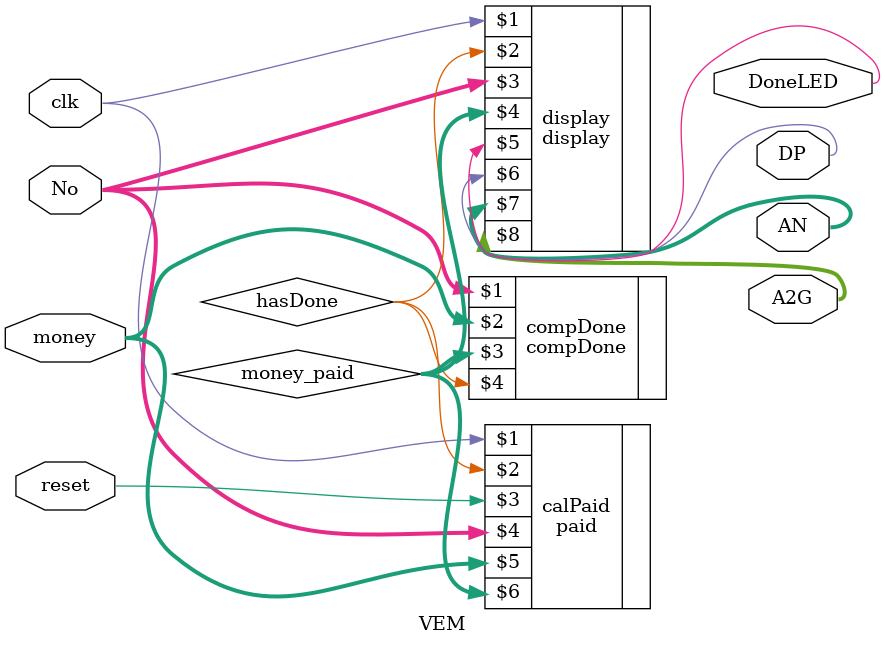
<source format=v>
`timescale 1ns / 1ps


module VEM(
	input clk, reset,
	input [2:0]No,
	input [3:0]money,
	output DP,DoneLED,
	output [7:0]AN,
	output [6:0]A2G
    );
    
    wire [5:0]money_paid;
    wire hasDone;
    
    paid calPaid(clk, hasDone, reset, 
    No,
    money, money_paid);
    display display(clk, hasDone, No, 
    	money_paid, DoneLED, DP, AN, A2G);
    compDone compDone(No, money, money_paid, hasDone);
endmodule

</source>
